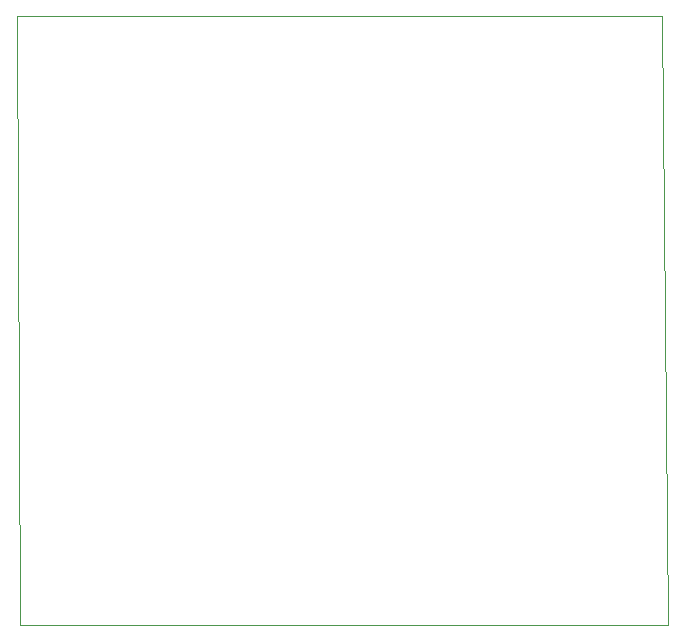
<source format=gm1>
G04 #@! TF.GenerationSoftware,KiCad,Pcbnew,7.0.11+dfsg-1build4*
G04 #@! TF.CreationDate,2026-02-05T22:23:50-05:00*
G04 #@! TF.ProjectId,sftii,73667469-692e-46b6-9963-61645f706362,rev?*
G04 #@! TF.SameCoordinates,Original*
G04 #@! TF.FileFunction,Profile,NP*
%FSLAX46Y46*%
G04 Gerber Fmt 4.6, Leading zero omitted, Abs format (unit mm)*
G04 Created by KiCad (PCBNEW 7.0.11+dfsg-1build4) date 2026-02-05 22:23:50*
%MOMM*%
%LPD*%
G01*
G04 APERTURE LIST*
G04 #@! TA.AperFunction,Profile*
%ADD10C,0.100000*%
G04 #@! TD*
G04 APERTURE END LIST*
D10*
X99822000Y-50038000D02*
X100076000Y-50038000D01*
X99822000Y-101600000D02*
X100076000Y-101600000D01*
X99568000Y-50038000D02*
X99822000Y-50038000D01*
X154178000Y-50038000D02*
X154686000Y-101600000D01*
X99822000Y-101600000D02*
X99568000Y-50038000D01*
X100076000Y-50038000D02*
X154178000Y-50038000D01*
X154686000Y-101600000D02*
X100076000Y-101600000D01*
M02*

</source>
